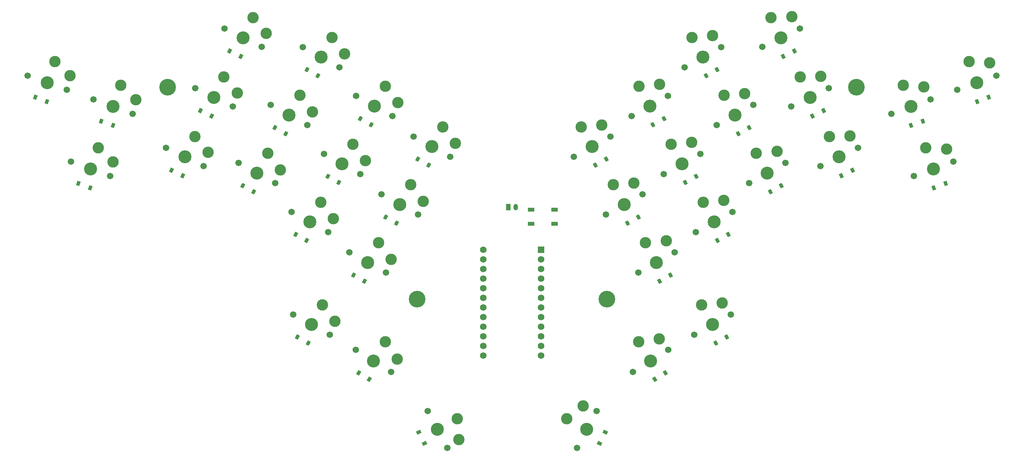
<source format=gbr>
%TF.GenerationSoftware,KiCad,Pcbnew,8.0.2-1*%
%TF.CreationDate,2024-06-17T15:58:38+09:00*%
%TF.ProjectId,tolkeeb_zero,746f6c6b-6565-4625-9f7a-65726f2e6b69,v1.0.0*%
%TF.SameCoordinates,Original*%
%TF.FileFunction,Soldermask,Top*%
%TF.FilePolarity,Negative*%
%FSLAX46Y46*%
G04 Gerber Fmt 4.6, Leading zero omitted, Abs format (unit mm)*
G04 Created by KiCad (PCBNEW 8.0.2-1) date 2024-06-17 15:58:38*
%MOMM*%
%LPD*%
G01*
G04 APERTURE LIST*
G04 Aperture macros list*
%AMRotRect*
0 Rectangle, with rotation*
0 The origin of the aperture is its center*
0 $1 length*
0 $2 width*
0 $3 Rotation angle, in degrees counterclockwise*
0 Add horizontal line*
21,1,$1,$2,0,0,$3*%
G04 Aperture macros list end*
%ADD10R,1.800000X1.100000*%
%ADD11R,1.752600X1.752600*%
%ADD12C,1.752600*%
%ADD13C,0.700000*%
%ADD14C,4.400000*%
%ADD15C,1.701800*%
%ADD16C,3.000000*%
%ADD17C,3.429000*%
%ADD18RotRect,0.900000X1.200000X209.000000*%
%ADD19RotRect,0.900000X1.200000X148.000000*%
%ADD20RotRect,0.900000X1.200000X151.000000*%
%ADD21RotRect,0.900000X1.200000X118.000000*%
%ADD22RotRect,0.900000X1.200000X160.000000*%
%ADD23RotRect,0.900000X1.200000X206.000000*%
%ADD24RotRect,0.900000X1.200000X212.000000*%
%ADD25R,1.200000X1.700000*%
%ADD26O,1.200000X1.700000*%
%ADD27RotRect,0.900000X1.200000X242.000000*%
%ADD28RotRect,0.900000X1.200000X154.000000*%
%ADD29RotRect,0.900000X1.200000X200.000000*%
G04 APERTURE END LIST*
D10*
%TO.C,B1*%
X155427541Y-145446987D03*
X161627541Y-145446987D03*
X155427541Y-149146987D03*
X161627541Y-149146987D03*
%TD*%
D11*
%TO.C,MCU1*%
X158020003Y-156020003D03*
D12*
X158020003Y-158560003D03*
X158020004Y-161100003D03*
X158020002Y-163640004D03*
X158020003Y-166180004D03*
X158020003Y-168720003D03*
X158020003Y-171260003D03*
X158020003Y-173800002D03*
X158020003Y-176340003D03*
X158020005Y-178880003D03*
X158020003Y-181420003D03*
X158020003Y-183960003D03*
X142780003Y-156020003D03*
X142780003Y-158560003D03*
X142780001Y-161100003D03*
X142780003Y-163640003D03*
X142780003Y-166180004D03*
X142780003Y-168720003D03*
X142780003Y-171260003D03*
X142780003Y-173800002D03*
X142780004Y-176340002D03*
X142780002Y-178880003D03*
X142780003Y-181420003D03*
X142780003Y-183960003D03*
%TD*%
D13*
%TO.C,_3*%
X61138430Y-113730247D03*
X60237699Y-114615396D03*
X61149451Y-112467442D03*
X58974894Y-114604375D03*
D14*
X59619598Y-113085543D03*
D13*
X60264302Y-111566711D03*
X58089745Y-113703644D03*
X59001497Y-111555690D03*
X58100766Y-112440839D03*
%TD*%
D15*
%TO.C,S8*%
X86781890Y-117756415D03*
D16*
X94476915Y-115218878D03*
D17*
X91592298Y-120422867D03*
D16*
X97783433Y-119567091D03*
D15*
X96402706Y-123089319D03*
%TD*%
D18*
%TO.C,D29*%
X183719763Y-147356627D03*
X180833517Y-148956499D03*
%TD*%
%TO.C,D27*%
X190446441Y-121332563D03*
X187560195Y-122932435D03*
%TD*%
D19*
%TO.C,D32*%
X112781894Y-190224194D03*
X109983336Y-188475458D03*
%TD*%
D15*
%TO.C,S35*%
X182262503Y-188278557D03*
D16*
X183773747Y-180318116D03*
D17*
X186926768Y-185364001D03*
D16*
X189179811Y-179534224D03*
D15*
X191591033Y-182449445D03*
%TD*%
%TO.C,S23*%
X204397293Y-123089318D03*
D17*
X209207702Y-120422865D03*
D16*
X206323085Y-115218876D03*
X211762763Y-114718994D03*
D15*
X214018111Y-117756412D03*
%TD*%
D13*
%TO.C,_2*%
X173750001Y-169045849D03*
X174233274Y-170212575D03*
X174233275Y-167879122D03*
X175400001Y-167395849D03*
D14*
X175400001Y-169045849D03*
D13*
X175400001Y-170695849D03*
X176566727Y-170212576D03*
X176566728Y-167879123D03*
X177050001Y-169045849D03*
%TD*%
D15*
%TO.C,S26*%
X190398472Y-135994086D03*
D17*
X195208881Y-133327633D03*
D16*
X192324264Y-128123644D03*
X197763942Y-127623762D03*
D15*
X200019290Y-130661180D03*
%TD*%
%TO.C,S15*%
X124475726Y-126073553D03*
D16*
X132170751Y-123536016D03*
D17*
X129286134Y-128740005D03*
D16*
X135477269Y-127884229D03*
D15*
X134096542Y-131406457D03*
%TD*%
%TO.C,S13*%
X107507391Y-156685242D03*
D16*
X115202416Y-154147705D03*
D17*
X112317799Y-159351694D03*
D16*
X118508934Y-158495918D03*
D15*
X117128207Y-162018146D03*
%TD*%
%TO.C,S31*%
X92710887Y-173065519D03*
D16*
X100405912Y-170527982D03*
D17*
X97521295Y-175731971D03*
D16*
X103712430Y-174876195D03*
D15*
X102331703Y-178398423D03*
%TD*%
D20*
%TO.C,D31*%
X96685811Y-180642620D03*
X93799565Y-179042748D03*
%TD*%
D15*
%TO.C,S14*%
X115991558Y-141379398D03*
D16*
X123686583Y-138841861D03*
D17*
X120801966Y-144045850D03*
D16*
X126993101Y-143190074D03*
D15*
X125612374Y-146712302D03*
%TD*%
%TO.C,S17*%
X256390950Y-136510460D03*
D16*
X259524239Y-129038178D03*
D17*
X261559259Y-134629349D03*
D16*
X264975147Y-129395402D03*
D15*
X266727568Y-132748238D03*
%TD*%
D21*
%TO.C,D33*%
X127344284Y-207092793D03*
X125795028Y-204179069D03*
%TD*%
D15*
%TO.C,S24*%
X195913124Y-107783473D03*
D17*
X200723533Y-105117020D03*
D16*
X197838916Y-99913031D03*
X203278594Y-99413149D03*
D15*
X205533942Y-102450567D03*
%TD*%
D22*
%TO.C,D1*%
X27784780Y-116838246D03*
X24683794Y-115709580D03*
%TD*%
D23*
%TO.C,D19*%
X240207094Y-134971045D03*
X237241072Y-136417667D03*
%TD*%
D15*
%TO.C,S27*%
X181914302Y-120688241D03*
D17*
X186724711Y-118021788D03*
D16*
X183840094Y-112817799D03*
X189279772Y-112317917D03*
D15*
X191535120Y-115355335D03*
%TD*%
D13*
%TO.C,_4*%
X242699234Y-112440839D03*
X242710255Y-113703645D03*
X241798503Y-111555691D03*
X240535697Y-111566712D03*
D14*
X241180402Y-113085544D03*
D13*
X241825107Y-114604376D03*
X240562301Y-114615397D03*
X239650549Y-112467443D03*
X239661570Y-113730249D03*
%TD*%
D24*
%TO.C,D35*%
X190816667Y-188475457D03*
X188018109Y-190224193D03*
%TD*%
D20*
%TO.C,D11*%
X104755639Y-138238281D03*
X101869393Y-136638409D03*
%TD*%
D15*
%TO.C,S18*%
X250405599Y-120065839D03*
D16*
X253538888Y-112593557D03*
D17*
X255573908Y-118184728D03*
D16*
X258989796Y-112950781D03*
D15*
X260742217Y-116303617D03*
%TD*%
%TO.C,S32*%
X109208970Y-182449442D03*
D16*
X117026255Y-180318112D03*
D17*
X113873235Y-185363998D03*
D16*
X120100673Y-184833414D03*
D15*
X118537500Y-188278554D03*
%TD*%
D25*
%TO.C,JST1*%
X149400000Y-144740005D03*
D26*
X151400002Y-144740003D03*
%TD*%
D27*
%TO.C,D36*%
X175004975Y-204179068D03*
X173455719Y-207092796D03*
%TD*%
D28*
%TO.C,D5*%
X71230428Y-120688770D03*
X68264406Y-119242148D03*
%TD*%
D15*
%TO.C,S30*%
X166703457Y-131406458D03*
D17*
X171513866Y-128740005D03*
D16*
X168629249Y-123536016D03*
X174068927Y-123036134D03*
D15*
X176324275Y-126073552D03*
%TD*%
D20*
%TO.C,D12*%
X113239810Y-122932434D03*
X110353564Y-121332562D03*
%TD*%
D15*
%TO.C,S16*%
X267789910Y-113738466D03*
D16*
X270923199Y-106266184D03*
D17*
X272958219Y-111857355D03*
D16*
X276374107Y-106623408D03*
D15*
X278126528Y-109976244D03*
%TD*%
%TO.C,S33*%
X128137415Y-198573202D03*
D16*
X135973047Y-200636058D03*
D17*
X130719509Y-203429414D03*
D16*
X136377920Y-206083634D03*
D15*
X133301603Y-208285626D03*
%TD*%
D29*
%TO.C,D16*%
X276116208Y-115709575D03*
X273015220Y-116838243D03*
%TD*%
D15*
%TO.C,S3*%
X40057783Y-116303617D03*
D16*
X47261113Y-112593558D03*
D17*
X45226093Y-118184729D03*
D16*
X51207133Y-116370983D03*
D15*
X50394403Y-120065841D03*
%TD*%
D18*
%TO.C,D30*%
X175235595Y-132050782D03*
X172349349Y-133650654D03*
%TD*%
D15*
%TO.C,S9*%
X95266060Y-102450570D03*
D16*
X102961085Y-99913033D03*
D17*
X100076468Y-105117022D03*
D16*
X106267603Y-104261246D03*
D15*
X104886876Y-107783474D03*
%TD*%
D18*
%TO.C,D23*%
X212929429Y-123733641D03*
X210043183Y-125333513D03*
%TD*%
D22*
%TO.C,D2*%
X39183740Y-139610235D03*
X36082754Y-138481569D03*
%TD*%
D18*
%TO.C,D25*%
X207414776Y-151944253D03*
X204528530Y-153544125D03*
%TD*%
D29*
%TO.C,D17*%
X264717249Y-138481571D03*
X261616261Y-139610239D03*
%TD*%
D15*
%TO.C,S7*%
X78297723Y-133062259D03*
D16*
X85992748Y-130524722D03*
D17*
X83108131Y-135728711D03*
D16*
X89299266Y-134872935D03*
D15*
X87918539Y-138395163D03*
%TD*%
D20*
%TO.C,D13*%
X111482318Y-164262342D03*
X108596072Y-162662470D03*
%TD*%
%TO.C,D7*%
X82272651Y-140639356D03*
X79386405Y-139039484D03*
%TD*%
D23*
%TO.C,D21*%
X224864101Y-103513252D03*
X221898079Y-104959874D03*
%TD*%
D20*
%TO.C,D15*%
X128450653Y-133650654D03*
X125564407Y-132050782D03*
%TD*%
D15*
%TO.C,S2*%
X34072432Y-132748235D03*
D16*
X41275762Y-129038176D03*
D17*
X39240742Y-134629347D03*
D16*
X45221782Y-132815601D03*
D15*
X44409052Y-136510459D03*
%TD*%
%TO.C,S6*%
X74535887Y-97601190D03*
D16*
X82087562Y-94664406D03*
D17*
X79479254Y-100012231D03*
D16*
X85617116Y-98833610D03*
D15*
X84422621Y-102423272D03*
%TD*%
D18*
%TO.C,D22*%
X221413598Y-139039488D03*
X218527352Y-140639360D03*
%TD*%
%TO.C,D24*%
X204445261Y-108427796D03*
X201559015Y-110027668D03*
%TD*%
D15*
%TO.C,S5*%
X66864394Y-113330085D03*
D16*
X74416069Y-110393301D03*
D17*
X71807761Y-115741126D03*
D16*
X77945623Y-114562505D03*
D15*
X76751128Y-118152167D03*
%TD*%
%TO.C,S19*%
X231720370Y-133881065D03*
D16*
X234055428Y-126122199D03*
D17*
X236663737Y-131470024D03*
D16*
X239513815Y-125907692D03*
D15*
X241607104Y-129058983D03*
%TD*%
D18*
%TO.C,D34*%
X207000437Y-179042746D03*
X204114191Y-180642618D03*
%TD*%
D29*
%TO.C,D18*%
X258731897Y-122036949D03*
X255630909Y-123165617D03*
%TD*%
D28*
%TO.C,D4*%
X63558931Y-136417665D03*
X60592909Y-134971043D03*
%TD*%
D15*
%TO.C,S21*%
X216377380Y-102423271D03*
D16*
X218712438Y-94664405D03*
D17*
X221320747Y-100012230D03*
D16*
X224170825Y-94449898D03*
D15*
X226264114Y-97601189D03*
%TD*%
D20*
%TO.C,D8*%
X90756819Y-125333515D03*
X87870573Y-123733643D03*
%TD*%
D15*
%TO.C,S1*%
X22673472Y-109976245D03*
D16*
X29876802Y-106266186D03*
D17*
X27841782Y-111857357D03*
D16*
X33822822Y-110043611D03*
D15*
X33010092Y-113738469D03*
%TD*%
D20*
%TO.C,D9*%
X99240986Y-110027669D03*
X96354740Y-108427797D03*
%TD*%
D15*
%TO.C,S36*%
X167498400Y-208285626D03*
D16*
X164826956Y-200636058D03*
D17*
X170080494Y-203429414D03*
D16*
X169116798Y-197254158D03*
D15*
X172662588Y-198573202D03*
%TD*%
D18*
%TO.C,D26*%
X198930610Y-136638408D03*
X196044364Y-138238280D03*
%TD*%
D15*
%TO.C,S25*%
X198882639Y-151299930D03*
D17*
X203693048Y-148633477D03*
D16*
X200808431Y-143429488D03*
X206248109Y-142929606D03*
D15*
X208503457Y-145967024D03*
%TD*%
D20*
%TO.C,D10*%
X96271471Y-153544127D03*
X93385225Y-151944255D03*
%TD*%
D18*
%TO.C,D28*%
X192203932Y-162662472D03*
X189317686Y-164262344D03*
%TD*%
D15*
%TO.C,S11*%
X100780714Y-130661180D03*
D16*
X108475739Y-128123643D03*
D17*
X105591122Y-133327632D03*
D16*
X111782257Y-132471856D03*
D15*
X110401530Y-135994084D03*
%TD*%
D28*
%TO.C,D6*%
X78901922Y-104959874D03*
X75935900Y-103513252D03*
%TD*%
D15*
%TO.C,S10*%
X92296548Y-145967025D03*
D16*
X99991573Y-143429488D03*
D17*
X97106956Y-148633477D03*
D16*
X103298091Y-147777701D03*
D15*
X101917364Y-151299929D03*
%TD*%
%TO.C,S4*%
X59192899Y-129058980D03*
D16*
X66744574Y-126122196D03*
D17*
X64136266Y-131470021D03*
D16*
X70274128Y-130291400D03*
D15*
X69079633Y-133881062D03*
%TD*%
D23*
%TO.C,D20*%
X232535597Y-119242147D03*
X229569575Y-120688769D03*
%TD*%
D22*
%TO.C,D3*%
X45169094Y-123165617D03*
X42068108Y-122036951D03*
%TD*%
D15*
%TO.C,S22*%
X212881461Y-138395162D03*
D17*
X217691870Y-135728709D03*
D16*
X214807253Y-130524720D03*
X220246931Y-130024838D03*
D15*
X222502279Y-133062256D03*
%TD*%
D20*
%TO.C,D14*%
X119966484Y-148956497D03*
X117080238Y-147356625D03*
%TD*%
D15*
%TO.C,S28*%
X183671793Y-162018148D03*
D17*
X188482202Y-159351695D03*
D16*
X185597585Y-154147706D03*
X191037263Y-153647824D03*
D15*
X193292611Y-156685242D03*
%TD*%
%TO.C,S29*%
X175187625Y-146712302D03*
D17*
X179998034Y-144045849D03*
D16*
X177113417Y-138841860D03*
X182553095Y-138341978D03*
D15*
X184808443Y-141379396D03*
%TD*%
%TO.C,S34*%
X198468297Y-178398423D03*
D17*
X203278706Y-175731970D03*
D16*
X200394089Y-170527981D03*
X205833767Y-170028099D03*
D15*
X208089115Y-173065517D03*
%TD*%
%TO.C,S20*%
X224048874Y-118152168D03*
D16*
X226383932Y-110393302D03*
D17*
X228992241Y-115741127D03*
D16*
X231842319Y-110178795D03*
D15*
X233935608Y-113330086D03*
%TD*%
%TO.C,S12*%
X109264881Y-115355335D03*
D16*
X116959906Y-112817798D03*
D17*
X114075289Y-118021787D03*
D16*
X120266424Y-117166011D03*
D15*
X118885697Y-120688239D03*
%TD*%
D13*
%TO.C,_1*%
X123750000Y-169045849D03*
X124233273Y-170212575D03*
X124233274Y-167879122D03*
X125400000Y-167395849D03*
D14*
X125400000Y-169045849D03*
D13*
X125400000Y-170695849D03*
X126566726Y-170212576D03*
X126566727Y-167879123D03*
X127050000Y-169045849D03*
%TD*%
M02*

</source>
